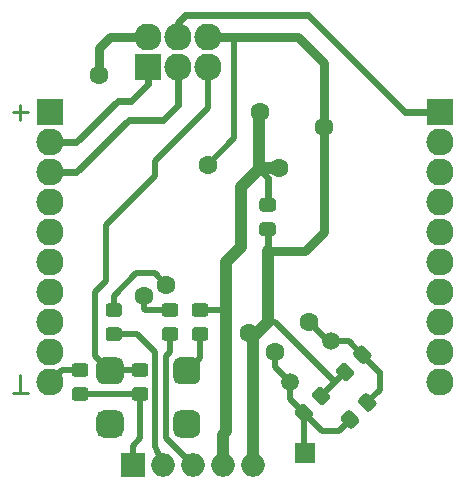
<source format=gbr>
G04 #@! TF.GenerationSoftware,KiCad,Pcbnew,(5.1.8)-1*
G04 #@! TF.CreationDate,2020-11-11T23:44:18+03:00*
G04 #@! TF.ProjectId,HardDuinoTQFP,48617264-4475-4696-9e6f-545146502e6b,rev?*
G04 #@! TF.SameCoordinates,Original*
G04 #@! TF.FileFunction,Copper,L2,Bot*
G04 #@! TF.FilePolarity,Positive*
%FSLAX46Y46*%
G04 Gerber Fmt 4.6, Leading zero omitted, Abs format (unit mm)*
G04 Created by KiCad (PCBNEW (5.1.8)-1) date 2020-11-11 23:44:18*
%MOMM*%
%LPD*%
G01*
G04 APERTURE LIST*
G04 #@! TA.AperFunction,ComponentPad*
%ADD10R,2.300000X2.300000*%
G04 #@! TD*
G04 #@! TA.AperFunction,ComponentPad*
%ADD11O,2.300000X2.300000*%
G04 #@! TD*
G04 #@! TA.AperFunction,ComponentPad*
%ADD12R,2.000000X2.000000*%
G04 #@! TD*
G04 #@! TA.AperFunction,ComponentPad*
%ADD13O,2.000000X2.000000*%
G04 #@! TD*
G04 #@! TA.AperFunction,ComponentPad*
%ADD14C,1.500000*%
G04 #@! TD*
G04 #@! TA.AperFunction,ComponentPad*
%ADD15R,1.700000X1.700000*%
G04 #@! TD*
G04 #@! TA.AperFunction,ViaPad*
%ADD16C,1.600000*%
G04 #@! TD*
G04 #@! TA.AperFunction,Conductor*
%ADD17C,0.250000*%
G04 #@! TD*
G04 #@! TA.AperFunction,Conductor*
%ADD18C,1.000000*%
G04 #@! TD*
G04 #@! TA.AperFunction,Conductor*
%ADD19C,0.600000*%
G04 #@! TD*
G04 #@! TA.AperFunction,Conductor*
%ADD20C,0.800000*%
G04 #@! TD*
G04 #@! TA.AperFunction,Conductor*
%ADD21C,0.500000*%
G04 #@! TD*
G04 APERTURE END LIST*
D10*
X92710000Y-46990000D03*
D11*
X92710000Y-49530000D03*
X92710000Y-52070000D03*
X92710000Y-54610000D03*
X92710000Y-57150000D03*
X92710000Y-59690000D03*
X92710000Y-62230000D03*
X92710000Y-64770000D03*
X92710000Y-67310000D03*
X92710000Y-69850000D03*
X125730000Y-69850000D03*
X125730000Y-67310000D03*
X125730000Y-64770000D03*
X125730000Y-62230000D03*
X125730000Y-59690000D03*
X125730000Y-57150000D03*
X125730000Y-54610000D03*
X125730000Y-52070000D03*
X125730000Y-49530000D03*
D10*
X125730000Y-46990000D03*
G04 #@! TA.AperFunction,SMDPad,CuDef*
G36*
G01*
X99879999Y-68250000D02*
X100780001Y-68250000D01*
G75*
G02*
X101030000Y-68499999I0J-249999D01*
G01*
X101030000Y-69150001D01*
G75*
G02*
X100780001Y-69400000I-249999J0D01*
G01*
X99879999Y-69400000D01*
G75*
G02*
X99630000Y-69150001I0J249999D01*
G01*
X99630000Y-68499999D01*
G75*
G02*
X99879999Y-68250000I249999J0D01*
G01*
G37*
G04 #@! TD.AperFunction*
G04 #@! TA.AperFunction,SMDPad,CuDef*
G36*
G01*
X99879999Y-70300000D02*
X100780001Y-70300000D01*
G75*
G02*
X101030000Y-70549999I0J-249999D01*
G01*
X101030000Y-71200001D01*
G75*
G02*
X100780001Y-71450000I-249999J0D01*
G01*
X99879999Y-71450000D01*
G75*
G02*
X99630000Y-71200001I0J249999D01*
G01*
X99630000Y-70549999D01*
G75*
G02*
X99879999Y-70300000I249999J0D01*
G01*
G37*
G04 #@! TD.AperFunction*
G04 #@! TA.AperFunction,SMDPad,CuDef*
G36*
G01*
X115571396Y-71755001D02*
X114934999Y-71118604D01*
G75*
G02*
X114934999Y-70765052I176776J176776D01*
G01*
X115394620Y-70305431D01*
G75*
G02*
X115748172Y-70305431I176776J-176776D01*
G01*
X116384569Y-70941828D01*
G75*
G02*
X116384569Y-71295380I-176776J-176776D01*
G01*
X115924948Y-71755001D01*
G75*
G02*
X115571396Y-71755001I-176776J176776D01*
G01*
G37*
G04 #@! TD.AperFunction*
G04 #@! TA.AperFunction,SMDPad,CuDef*
G36*
G01*
X114121828Y-73204569D02*
X113485431Y-72568172D01*
G75*
G02*
X113485431Y-72214620I176776J176776D01*
G01*
X113945052Y-71754999D01*
G75*
G02*
X114298604Y-71754999I176776J-176776D01*
G01*
X114935001Y-72391396D01*
G75*
G02*
X114935001Y-72744948I-176776J-176776D01*
G01*
X114475380Y-73204569D01*
G75*
G02*
X114121828Y-73204569I-176776J176776D01*
G01*
G37*
G04 #@! TD.AperFunction*
G04 #@! TA.AperFunction,SMDPad,CuDef*
G36*
G01*
X117614328Y-69712069D02*
X116977931Y-69075672D01*
G75*
G02*
X116977931Y-68722120I176776J176776D01*
G01*
X117437552Y-68262499D01*
G75*
G02*
X117791104Y-68262499I176776J-176776D01*
G01*
X118427501Y-68898896D01*
G75*
G02*
X118427501Y-69252448I-176776J-176776D01*
G01*
X117967880Y-69712069D01*
G75*
G02*
X117614328Y-69712069I-176776J176776D01*
G01*
G37*
G04 #@! TD.AperFunction*
G04 #@! TA.AperFunction,SMDPad,CuDef*
G36*
G01*
X119063896Y-68262501D02*
X118427499Y-67626104D01*
G75*
G02*
X118427499Y-67272552I176776J176776D01*
G01*
X118887120Y-66812931D01*
G75*
G02*
X119240672Y-66812931I176776J-176776D01*
G01*
X119877069Y-67449328D01*
G75*
G02*
X119877069Y-67802880I-176776J-176776D01*
G01*
X119417448Y-68262501D01*
G75*
G02*
X119063896Y-68262501I-176776J176776D01*
G01*
G37*
G04 #@! TD.AperFunction*
G04 #@! TA.AperFunction,SMDPad,CuDef*
G36*
G01*
X111575001Y-55430000D02*
X110674999Y-55430000D01*
G75*
G02*
X110425000Y-55180001I0J249999D01*
G01*
X110425000Y-54529999D01*
G75*
G02*
X110674999Y-54280000I249999J0D01*
G01*
X111575001Y-54280000D01*
G75*
G02*
X111825000Y-54529999I0J-249999D01*
G01*
X111825000Y-55180001D01*
G75*
G02*
X111575001Y-55430000I-249999J0D01*
G01*
G37*
G04 #@! TD.AperFunction*
G04 #@! TA.AperFunction,SMDPad,CuDef*
G36*
G01*
X111575001Y-57480000D02*
X110674999Y-57480000D01*
G75*
G02*
X110425000Y-57230001I0J249999D01*
G01*
X110425000Y-56579999D01*
G75*
G02*
X110674999Y-56330000I249999J0D01*
G01*
X111575001Y-56330000D01*
G75*
G02*
X111825000Y-56579999I0J-249999D01*
G01*
X111825000Y-57230001D01*
G75*
G02*
X111575001Y-57480000I-249999J0D01*
G01*
G37*
G04 #@! TD.AperFunction*
G04 #@! TA.AperFunction,ComponentPad*
G36*
G01*
X98365000Y-74547500D02*
X97215000Y-74547500D01*
G75*
G02*
X96640000Y-73972500I0J575000D01*
G01*
X96640000Y-72822500D01*
G75*
G02*
X97215000Y-72247500I575000J0D01*
G01*
X98365000Y-72247500D01*
G75*
G02*
X98940000Y-72822500I0J-575000D01*
G01*
X98940000Y-73972500D01*
G75*
G02*
X98365000Y-74547500I-575000J0D01*
G01*
G37*
G04 #@! TD.AperFunction*
G04 #@! TA.AperFunction,ComponentPad*
G36*
G01*
X98365000Y-70047500D02*
X97215000Y-70047500D01*
G75*
G02*
X96640000Y-69472500I0J575000D01*
G01*
X96640000Y-68322500D01*
G75*
G02*
X97215000Y-67747500I575000J0D01*
G01*
X98365000Y-67747500D01*
G75*
G02*
X98940000Y-68322500I0J-575000D01*
G01*
X98940000Y-69472500D01*
G75*
G02*
X98365000Y-70047500I-575000J0D01*
G01*
G37*
G04 #@! TD.AperFunction*
G04 #@! TA.AperFunction,ComponentPad*
G36*
G01*
X104865000Y-74547500D02*
X103715000Y-74547500D01*
G75*
G02*
X103140000Y-73972500I0J575000D01*
G01*
X103140000Y-72822500D01*
G75*
G02*
X103715000Y-72247500I575000J0D01*
G01*
X104865000Y-72247500D01*
G75*
G02*
X105440000Y-72822500I0J-575000D01*
G01*
X105440000Y-73972500D01*
G75*
G02*
X104865000Y-74547500I-575000J0D01*
G01*
G37*
G04 #@! TD.AperFunction*
G04 #@! TA.AperFunction,ComponentPad*
G36*
G01*
X104865000Y-70047500D02*
X103715000Y-70047500D01*
G75*
G02*
X103140000Y-69472500I0J575000D01*
G01*
X103140000Y-68322500D01*
G75*
G02*
X103715000Y-67747500I575000J0D01*
G01*
X104865000Y-67747500D01*
G75*
G02*
X105440000Y-68322500I0J-575000D01*
G01*
X105440000Y-69472500D01*
G75*
G02*
X104865000Y-70047500I-575000J0D01*
G01*
G37*
G04 #@! TD.AperFunction*
D12*
X99695000Y-76835000D03*
D13*
X102235000Y-76835000D03*
X104775000Y-76835000D03*
X107315000Y-76835000D03*
X109855000Y-76835000D03*
G04 #@! TA.AperFunction,SMDPad,CuDef*
G36*
G01*
X94799999Y-70300000D02*
X95700001Y-70300000D01*
G75*
G02*
X95950000Y-70549999I0J-249999D01*
G01*
X95950000Y-71200001D01*
G75*
G02*
X95700001Y-71450000I-249999J0D01*
G01*
X94799999Y-71450000D01*
G75*
G02*
X94550000Y-71200001I0J249999D01*
G01*
X94550000Y-70549999D01*
G75*
G02*
X94799999Y-70300000I249999J0D01*
G01*
G37*
G04 #@! TD.AperFunction*
G04 #@! TA.AperFunction,SMDPad,CuDef*
G36*
G01*
X94799999Y-68250000D02*
X95700001Y-68250000D01*
G75*
G02*
X95950000Y-68499999I0J-249999D01*
G01*
X95950000Y-69150001D01*
G75*
G02*
X95700001Y-69400000I-249999J0D01*
G01*
X94799999Y-69400000D01*
G75*
G02*
X94550000Y-69150001I0J249999D01*
G01*
X94550000Y-68499999D01*
G75*
G02*
X94799999Y-68250000I249999J0D01*
G01*
G37*
G04 #@! TD.AperFunction*
G04 #@! TA.AperFunction,SMDPad,CuDef*
G36*
G01*
X97657499Y-65220000D02*
X98557501Y-65220000D01*
G75*
G02*
X98807500Y-65469999I0J-249999D01*
G01*
X98807500Y-66120001D01*
G75*
G02*
X98557501Y-66370000I-249999J0D01*
G01*
X97657499Y-66370000D01*
G75*
G02*
X97407500Y-66120001I0J249999D01*
G01*
X97407500Y-65469999D01*
G75*
G02*
X97657499Y-65220000I249999J0D01*
G01*
G37*
G04 #@! TD.AperFunction*
G04 #@! TA.AperFunction,SMDPad,CuDef*
G36*
G01*
X97657499Y-63170000D02*
X98557501Y-63170000D01*
G75*
G02*
X98807500Y-63419999I0J-249999D01*
G01*
X98807500Y-64070001D01*
G75*
G02*
X98557501Y-64320000I-249999J0D01*
G01*
X97657499Y-64320000D01*
G75*
G02*
X97407500Y-64070001I0J249999D01*
G01*
X97407500Y-63419999D01*
G75*
G02*
X97657499Y-63170000I249999J0D01*
G01*
G37*
G04 #@! TD.AperFunction*
G04 #@! TA.AperFunction,SMDPad,CuDef*
G36*
G01*
X102419999Y-63170000D02*
X103320001Y-63170000D01*
G75*
G02*
X103570000Y-63419999I0J-249999D01*
G01*
X103570000Y-64070001D01*
G75*
G02*
X103320001Y-64320000I-249999J0D01*
G01*
X102419999Y-64320000D01*
G75*
G02*
X102170000Y-64070001I0J249999D01*
G01*
X102170000Y-63419999D01*
G75*
G02*
X102419999Y-63170000I249999J0D01*
G01*
G37*
G04 #@! TD.AperFunction*
G04 #@! TA.AperFunction,SMDPad,CuDef*
G36*
G01*
X102419999Y-65220000D02*
X103320001Y-65220000D01*
G75*
G02*
X103570000Y-65469999I0J-249999D01*
G01*
X103570000Y-66120001D01*
G75*
G02*
X103320001Y-66370000I-249999J0D01*
G01*
X102419999Y-66370000D01*
G75*
G02*
X102170000Y-66120001I0J249999D01*
G01*
X102170000Y-65469999D01*
G75*
G02*
X102419999Y-65220000I249999J0D01*
G01*
G37*
G04 #@! TD.AperFunction*
G04 #@! TA.AperFunction,SMDPad,CuDef*
G36*
G01*
X104959999Y-63170000D02*
X105860001Y-63170000D01*
G75*
G02*
X106110000Y-63419999I0J-249999D01*
G01*
X106110000Y-64070001D01*
G75*
G02*
X105860001Y-64320000I-249999J0D01*
G01*
X104959999Y-64320000D01*
G75*
G02*
X104710000Y-64070001I0J249999D01*
G01*
X104710000Y-63419999D01*
G75*
G02*
X104959999Y-63170000I249999J0D01*
G01*
G37*
G04 #@! TD.AperFunction*
G04 #@! TA.AperFunction,SMDPad,CuDef*
G36*
G01*
X104959999Y-65220000D02*
X105860001Y-65220000D01*
G75*
G02*
X106110000Y-65469999I0J-249999D01*
G01*
X106110000Y-66120001D01*
G75*
G02*
X105860001Y-66370000I-249999J0D01*
G01*
X104959999Y-66370000D01*
G75*
G02*
X104710000Y-66120001I0J249999D01*
G01*
X104710000Y-65469999D01*
G75*
G02*
X104959999Y-65220000I249999J0D01*
G01*
G37*
G04 #@! TD.AperFunction*
D14*
X113030000Y-69850000D03*
X116480681Y-66399319D03*
D10*
X100965000Y-43180000D03*
D11*
X100965000Y-40640000D03*
X103505000Y-43180000D03*
X103505000Y-40640000D03*
X106045000Y-43180000D03*
X106045000Y-40640000D03*
D15*
X114300000Y-75882500D03*
G04 #@! TA.AperFunction,SMDPad,CuDef*
G36*
G01*
X118021612Y-73749785D02*
X117385215Y-73113388D01*
G75*
G02*
X117385215Y-72759836I176776J176776D01*
G01*
X117844836Y-72300215D01*
G75*
G02*
X118198388Y-72300215I176776J-176776D01*
G01*
X118834785Y-72936612D01*
G75*
G02*
X118834785Y-73290164I-176776J-176776D01*
G01*
X118375164Y-73749785D01*
G75*
G02*
X118021612Y-73749785I-176776J176776D01*
G01*
G37*
G04 #@! TD.AperFunction*
G04 #@! TA.AperFunction,SMDPad,CuDef*
G36*
G01*
X119471180Y-72300217D02*
X118834783Y-71663820D01*
G75*
G02*
X118834783Y-71310268I176776J176776D01*
G01*
X119294404Y-70850647D01*
G75*
G02*
X119647956Y-70850647I176776J-176776D01*
G01*
X120284353Y-71487044D01*
G75*
G02*
X120284353Y-71840596I-176776J-176776D01*
G01*
X119824732Y-72300217D01*
G75*
G02*
X119471180Y-72300217I-176776J176776D01*
G01*
G37*
G04 #@! TD.AperFunction*
D16*
X112077500Y-51689000D03*
X110490000Y-46990000D03*
X96837500Y-43815000D03*
X106045000Y-51435000D03*
X109537500Y-65722500D03*
X115887500Y-48260000D03*
X111760000Y-67310000D03*
X114617500Y-64770000D03*
X102552500Y-61595000D03*
X100647500Y-62547500D03*
D17*
X90170000Y-69215000D02*
X90170000Y-70802500D01*
X89535000Y-70802500D02*
X90805000Y-70802500D01*
X90805000Y-46990000D02*
X89535000Y-46990000D01*
X90170000Y-46355000D02*
X90170000Y-47625000D01*
D18*
X110395000Y-51847500D02*
X110395000Y-47212500D01*
X108902500Y-53340000D02*
X110395000Y-51847500D01*
D19*
X111125000Y-52577500D02*
X110395000Y-51847500D01*
X111125000Y-54855000D02*
X111125000Y-52577500D01*
D20*
X100965000Y-40640000D02*
X97790000Y-40640000D01*
X97790000Y-40640000D02*
X96837500Y-41592500D01*
X96837500Y-41592500D02*
X96837500Y-42545000D01*
D18*
X107632500Y-59690000D02*
X108902500Y-58420000D01*
X108902500Y-58420000D02*
X108902500Y-53340000D01*
X107315000Y-74295000D02*
X107632500Y-73977500D01*
X107315000Y-76835000D02*
X107315000Y-74295000D01*
D21*
X105410000Y-63745000D02*
X107560000Y-63745000D01*
D18*
X107632500Y-59690000D02*
X107632500Y-63817500D01*
D21*
X107560000Y-63745000D02*
X107632500Y-63817500D01*
D18*
X107632500Y-63817500D02*
X107632500Y-73977500D01*
D20*
X96837500Y-42545000D02*
X96837500Y-43815000D01*
D18*
X110553500Y-51689000D02*
X112077500Y-51689000D01*
X110395000Y-51847500D02*
X110553500Y-51689000D01*
D19*
X100965000Y-44630000D02*
X99557500Y-46037500D01*
X100965000Y-43180000D02*
X100965000Y-44630000D01*
X99557500Y-46037500D02*
X98425000Y-46037500D01*
X98425000Y-46037500D02*
X94932500Y-49530000D01*
X94932500Y-49530000D02*
X92710000Y-49530000D01*
X92710000Y-52070000D02*
X94932500Y-52070000D01*
X94932500Y-52070000D02*
X99377500Y-47625000D01*
X99377500Y-47625000D02*
X102235000Y-47625000D01*
X102235000Y-47625000D02*
X103505000Y-46355000D01*
X103505000Y-46355000D02*
X103505000Y-43180000D01*
D18*
X111125000Y-58737500D02*
X111125000Y-58737500D01*
D19*
X111125000Y-56905000D02*
X111125000Y-58737500D01*
D21*
X115659784Y-71030216D02*
X116840000Y-69850000D01*
X116840000Y-69850000D02*
X117702716Y-68987284D01*
D18*
X109855000Y-76835000D02*
X109855000Y-68262500D01*
D20*
X113665000Y-40640000D02*
X115887500Y-42862500D01*
X115887500Y-42862500D02*
X115887500Y-57150000D01*
X115887500Y-57150000D02*
X114300000Y-58737500D01*
X114300000Y-58737500D02*
X111125000Y-58737500D01*
D19*
X109855000Y-66040000D02*
X109537500Y-66040000D01*
D18*
X109855000Y-68262500D02*
X109855000Y-66040000D01*
X111125000Y-64770000D02*
X111125000Y-64452500D01*
X109855000Y-66040000D02*
X111125000Y-64770000D01*
X111125000Y-64452500D02*
X111125000Y-58737500D01*
D21*
X111760000Y-64770000D02*
X111125000Y-64770000D01*
X116840000Y-69850000D02*
X111760000Y-64770000D01*
X93735000Y-68825000D02*
X93662500Y-68897500D01*
X95250000Y-68825000D02*
X93735000Y-68825000D01*
X92710000Y-69850000D02*
X93662500Y-68897500D01*
X106045000Y-51435000D02*
X108267500Y-49212500D01*
X108267500Y-49212500D02*
X108267500Y-40640000D01*
D20*
X106045000Y-40640000D02*
X108267500Y-40640000D01*
X108267500Y-40640000D02*
X113665000Y-40640000D01*
D19*
X103505000Y-39437919D02*
X104140000Y-38802919D01*
X103505000Y-40640000D02*
X103505000Y-39437919D01*
X104140000Y-38802919D02*
X114549581Y-38802919D01*
X114549581Y-38802919D02*
X118359581Y-42612919D01*
X122736662Y-46990000D02*
X125730000Y-46990000D01*
X118359581Y-42612919D02*
X122736662Y-46990000D01*
D21*
X98670000Y-70875000D02*
X100330000Y-70875000D01*
X95250000Y-70875000D02*
X98670000Y-70875000D01*
X100330000Y-72952500D02*
X100330000Y-70802500D01*
X100330000Y-74612500D02*
X100330000Y-72952500D01*
X99695000Y-75247500D02*
X100330000Y-74612500D01*
X99695000Y-76835000D02*
X99695000Y-75247500D01*
X114210216Y-72479784D02*
X113030000Y-71299568D01*
X113030000Y-71299568D02*
X113030000Y-69850000D01*
X111760000Y-68580000D02*
X111760000Y-67310000D01*
X113030000Y-69850000D02*
X111760000Y-68580000D01*
X114210216Y-75792716D02*
X114300000Y-75882500D01*
X114210216Y-72479784D02*
X114210216Y-75792716D01*
X114210216Y-72479784D02*
X115707932Y-73977500D01*
X115707932Y-73977500D02*
X117157500Y-73977500D01*
X117157500Y-73977500D02*
X118110000Y-73025000D01*
X118013887Y-66399319D02*
X116480681Y-66399319D01*
X119152284Y-67537716D02*
X118013887Y-66399319D01*
X116246819Y-66399319D02*
X114617500Y-64770000D01*
X116480681Y-66399319D02*
X116246819Y-66399319D01*
X119152284Y-67537716D02*
X120581034Y-68966466D01*
X120650000Y-70485000D02*
X119559568Y-71575432D01*
X120650000Y-69035432D02*
X120581034Y-68966466D01*
X120650000Y-70485000D02*
X120650000Y-69035432D01*
X101600000Y-75247500D02*
X102235000Y-76835000D01*
X101600000Y-67310000D02*
X101600000Y-75247500D01*
X98107500Y-65795000D02*
X100085000Y-65795000D01*
X100085000Y-65795000D02*
X101600000Y-67310000D01*
X102552500Y-74612500D02*
X104775000Y-76835000D01*
X102552500Y-67627500D02*
X102552500Y-74612500D01*
X102870000Y-65795000D02*
X102870000Y-67310000D01*
X102870000Y-67310000D02*
X102552500Y-67627500D01*
X101600000Y-60642500D02*
X102552500Y-61595000D01*
X100012500Y-60642500D02*
X101600000Y-60642500D01*
X98107500Y-63745000D02*
X98107500Y-62547500D01*
X98107500Y-62547500D02*
X100012500Y-60642500D01*
X100647500Y-63678870D02*
X100647500Y-62547500D01*
X100713630Y-63745000D02*
X100647500Y-63678870D01*
X102870000Y-63745000D02*
X100713630Y-63745000D01*
X104312500Y-68875000D02*
X104290000Y-68897500D01*
X106045000Y-46672500D02*
X106045000Y-43180000D01*
X97472500Y-56515000D02*
X101600000Y-52387500D01*
X101600000Y-52387500D02*
X101600000Y-51117500D01*
X101600000Y-51117500D02*
X106045000Y-46672500D01*
X97472500Y-61277500D02*
X96520000Y-62230000D01*
X97472500Y-61277500D02*
X97472500Y-56515000D01*
X96520000Y-62230000D02*
X96520000Y-67627500D01*
X96520000Y-67627500D02*
X97790000Y-68897500D01*
X105410000Y-67777500D02*
X104290000Y-68897500D01*
X105410000Y-65795000D02*
X105410000Y-67777500D01*
X97862500Y-68825000D02*
X97790000Y-68897500D01*
X100330000Y-68825000D02*
X97862500Y-68825000D01*
M02*

</source>
